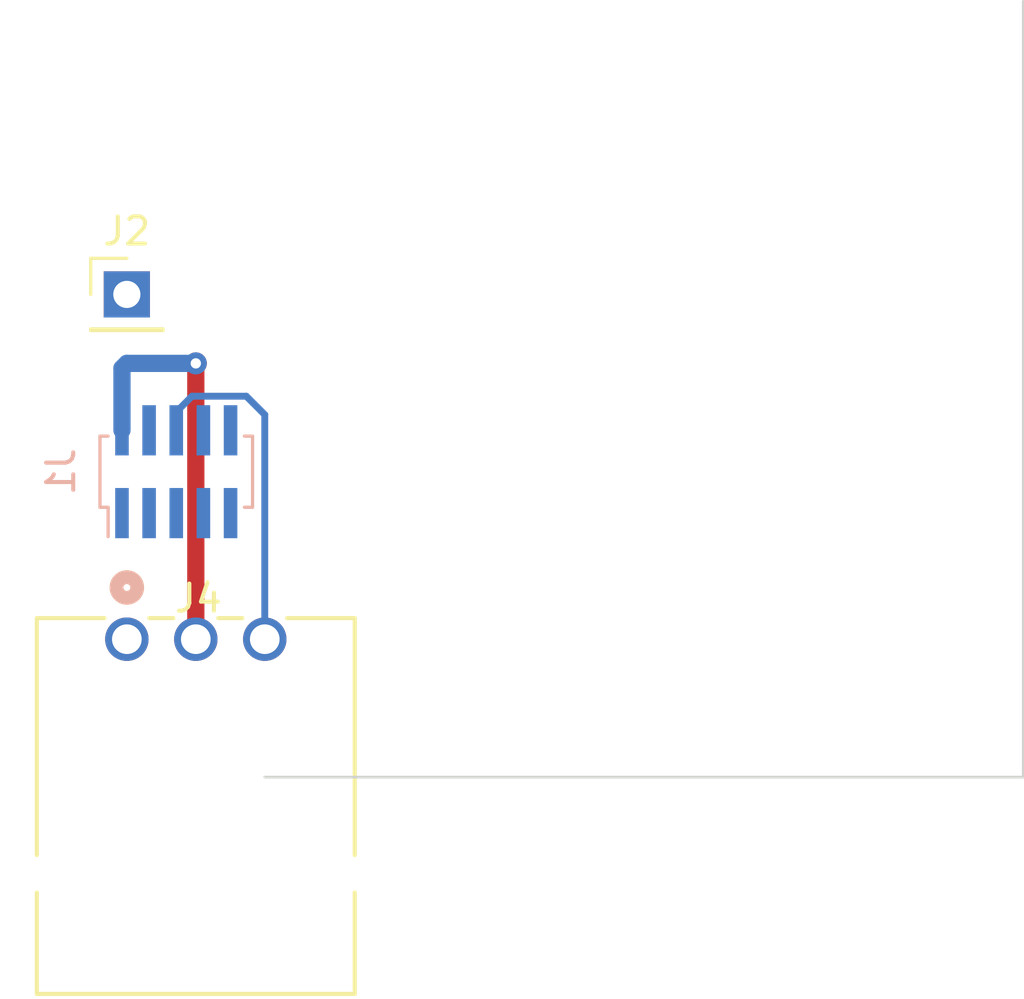
<source format=kicad_pcb>
(kicad_pcb (version 20221018) (generator pcbnew)
  (layers (0 "F.Cu" signal) (31 "B.Cu" signal) (34 "B.Paste" user) (35 "F.Paste" user) (36 "B.SilkS" user "B.Silkscreen") (37 "F.SilkS" user "F.Silkscreen") (38 "B.Mask" user) (39 "F.Mask" user) (44 "Edge.Cuts" user))
  (net 0 "")
  (net 1 "GND")
  (net 2 "+5V")
  (net 5 "/fwd_limit")
  (net 7 "/abs_encoder")
  (footprint "Connector_PinHeader_2.54mm:PinHeader_1x01_P2.54mm_Vertical" (layer "F.Cu") (at 152.4 68.58)
    (fp_text reference "J2" (at 0 -2.33) (layer "F.SilkS"))
    (fp_text value "Conn_01x01")
    (fp_line (start -1.33 -1.33) (end 0 -1.33) (stroke (width 0.12)) (layer "F.SilkS"))
    (fp_line (start -1.33 0) (end -1.33 -1.33) (stroke (width 0.12)) (layer "F.SilkS"))
    (fp_line (start -1.33 1.27) (end -1.33 1.33) (stroke (width 0.12)) (layer "F.SilkS"))
    (fp_line (start -1.33 1.27) (end 1.33 1.27) (stroke (width 0.12)) (layer "F.SilkS"))
    (fp_line (start -1.33 1.33) (end 1.33 1.33) (stroke (width 0.12)) (layer "F.SilkS"))
    (fp_line (start 1.33 1.27) (end 1.33 1.33) (stroke (width 0.12)) (layer "F.SilkS"))
    (pad "1" thru_hole rect (at 0 0) (size 1.7 1.7) (drill 1) (layers "*.Cu" "*.Mask") (net 5 "/fwd_limit"))
  )
  (footprint "Library:CONN_70555-0002_MOL" (layer "F.Cu") (at 152.4 81.28)
    (fp_text reference "J4" (at 2.635 -1.504999 unlocked) (layer "F.SilkS"))
    (fp_text value "Conn_01x03")
    (fp_circle (center 0 -1.905) (end 0.381 -1.905) (stroke (width 0.508)) (fill none) (layer "B.SilkS"))
    (fp_line (start -3.3147 -0.777) (end -3.3147 7.95205) (stroke (width 0.1524)) (layer "F.SilkS"))
    (fp_line (start -3.3147 9.327951) (end -3.3147 13.066001) (stroke (width 0.1524)) (layer "F.SilkS"))
    (fp_line (start -3.3147 13.066001) (end 8.3947 13.066001) (stroke (width 0.1524)) (layer "F.SilkS"))
    (fp_line (start -0.824377 -0.777) (end -3.3147 -0.777) (stroke (width 0.1524)) (layer "F.SilkS"))
    (fp_line (start 1.715623 -0.777) (end 0.824377 -0.777) (stroke (width 0.1524)) (layer "F.SilkS"))
    (fp_line (start 4.255623 -0.777) (end 3.364377 -0.777) (stroke (width 0.1524)) (layer "F.SilkS"))
    (fp_line (start 8.3947 -0.777) (end 5.904377 -0.777) (stroke (width 0.1524)) (layer "F.SilkS"))
    (fp_line (start 8.3947 7.95205) (end 8.3947 -0.777) (stroke (width 0.1524)) (layer "F.SilkS"))
    (fp_line (start 8.3947 13.066001) (end 8.3947 9.327951) (stroke (width 0.1524)) (layer "F.SilkS"))
    (fp_circle (center 0 -1.905) (end 0.381 -1.905) (stroke (width 0.508)) (fill none) (layer "F.SilkS"))
    (pad "" np_thru_hole circle (at -1.4 8.640001) (size 3.4036 3.4036) (drill 3.4036) (layers "*.Cu" "*.Mask"))
    (pad "" np_thru_hole circle (at 6.48 8.640001) (size 3.4036 3.4036) (drill 3.4036) (layers "*.Cu" "*.Mask"))
    (pad "1" thru_hole circle (at 0 0) (size 1.6002 1.6002) (drill 1.0922) (layers "*.Cu" "*.Mask") (net 1 "GND"))
    (pad "2" thru_hole circle (at 2.54 0) (size 1.6002 1.6002) (drill 1.0922) (layers "*.Cu" "*.Mask") (net 2 "+5V"))
    (pad "3" thru_hole circle (at 5.08 0) (size 1.6002 1.6002) (drill 1.0922) (layers "*.Cu" "*.Mask") (net 7 "/abs_encoder"))
  )
  (footprint "Connector_PinSocket_1.00mm:PinSocket_2x05_P1.00mm_Vertical_SMD" (layer "B.Cu") (at 154.22 75.11 -90)
    (fp_text reference "J1" (at 0 4.25 90) (layer "B.SilkS") (effects (justify mirror)))
    (fp_text value "Conn_02x05_Odd_Even")
    (fp_line (start -1.31 -2.81) (end 1.31 -2.81) (stroke (width 0.12)) (layer "B.SilkS"))
    (fp_line (start -1.31 -2.51) (end -1.31 -2.81) (stroke (width 0.12)) (layer "B.SilkS"))
    (fp_line (start -1.31 2.81) (end -1.31 2.51) (stroke (width 0.12)) (layer "B.SilkS"))
    (fp_line (start -1.31 2.81) (end 1.31 2.81) (stroke (width 0.12)) (layer "B.SilkS"))
    (fp_line (start 1.31 -2.51) (end 1.31 -2.81) (stroke (width 0.12)) (layer "B.SilkS"))
    (fp_line (start 1.31 2.51) (end 2.39 2.51) (stroke (width 0.12)) (layer "B.SilkS"))
    (fp_line (start 1.31 2.81) (end 1.31 2.51) (stroke (width 0.12)) (layer "B.SilkS"))
    (pad "1" smd rect (at 1.525 2 270) (size 1.85 0.5) (layers "B.Cu" "B.Paste" "B.Mask"))
    (pad "2" smd rect (at -1.525 2 270) (size 1.85 0.5) (layers "B.Cu" "B.Paste" "B.Mask") (net 2 "+5V"))
    (pad "3" smd rect (at 1.525 1 270) (size 1.85 0.5) (layers "B.Cu" "B.Paste" "B.Mask"))
    (pad "4" smd rect (at -1.525 1 270) (size 1.85 0.5) (layers "B.Cu" "B.Paste" "B.Mask") (net 5 "/fwd_limit"))
    (pad "5" smd rect (at 1.525 0 270) (size 1.85 0.5) (layers "B.Cu" "B.Paste" "B.Mask"))
    (pad "6" smd rect (at -1.525 0 270) (size 1.85 0.5) (layers "B.Cu" "B.Paste" "B.Mask") (net 7 "/abs_encoder"))
    (pad "7" smd rect (at 1.525 -1 270) (size 1.85 0.5) (layers "B.Cu" "B.Paste" "B.Mask"))
    (pad "8" smd rect (at -1.525 -1 270) (size 1.85 0.5) (layers "B.Cu" "B.Paste" "B.Mask"))
    (pad "9" smd rect (at 1.525 -2 270) (size 1.85 0.5) (layers "B.Cu" "B.Paste" "B.Mask"))
    (pad "10" smd rect (at -1.525 -2 270) (size 1.85 0.5) (layers "B.Cu" "B.Paste" "B.Mask") (net 1 "GND"))
  )
  (gr_line (start 185.42 86.36) (end 185.42 57.785) (stroke (width 0.1)) (layer "Edge.Cuts"))
  (gr_line (start 157.48 86.36) (end 185.42 86.36) (stroke (width 0.1)) (layer "Edge.Cuts"))
  (segment (start 154.94 81.28) (end 154.94 71.12) (width 0.635) (layer "F.Cu") (net 2))
  (via (at 154.94 71.12) (size 0.8128) (drill 0.381) (layers "F.Cu" "B.Cu") (net 2))
  (segment (start 152.22 71.3) (end 152.22 73.585) (width 0.635) (layer "B.Cu") (net 2))
  (segment (start 152.4 71.12) (end 152.22 71.3) (width 0.635) (layer "B.Cu") (net 2))
  (segment (start 154.94 71.12) (end 152.4 71.12) (width 0.635) (layer "B.Cu") (net 2))
  (segment (start 156.8002 72.3298) (end 154.8002 72.3298) (width 0.254) (layer "B.Cu") (net 7))
  (segment (start 154.22 72.91) (end 154.22 73.585) (width 0.254) (layer "B.Cu") (net 7))
  (segment (start 154.8002 72.3298) (end 154.22 72.91) (width 0.254) (layer "B.Cu") (net 7))
  (segment (start 157.48 81.28) (end 157.48 73.0096) (width 0.254) (layer "B.Cu") (net 7))
  (segment (start 157.48 73.0096) (end 156.8002 72.3298) (width 0.254) (layer "B.Cu") (net 7))
)
</source>
